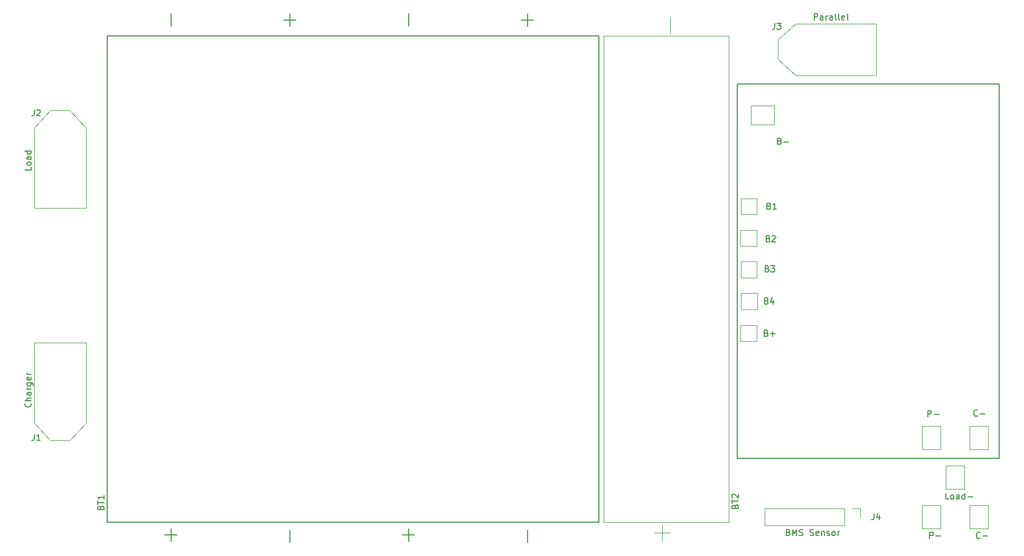
<source format=gbr>
%TF.GenerationSoftware,KiCad,Pcbnew,5.1.10-88a1d61d58~88~ubuntu20.04.1*%
%TF.CreationDate,2021-06-16T16:16:36-04:00*%
%TF.ProjectId,Li-Ion-BatteryPack,4c692d49-6f6e-42d4-9261-747465727950,rev?*%
%TF.SameCoordinates,Original*%
%TF.FileFunction,Legend,Top*%
%TF.FilePolarity,Positive*%
%FSLAX46Y46*%
G04 Gerber Fmt 4.6, Leading zero omitted, Abs format (unit mm)*
G04 Created by KiCad (PCBNEW 5.1.10-88a1d61d58~88~ubuntu20.04.1) date 2021-06-16 16:16:36*
%MOMM*%
%LPD*%
G01*
G04 APERTURE LIST*
%ADD10C,0.120000*%
%ADD11C,0.150000*%
%ADD12C,0.127000*%
G04 APERTURE END LIST*
D10*
X167640000Y-53340000D02*
X167640000Y-50800000D01*
X166370000Y-132080000D02*
X166370000Y-134620000D01*
X165100000Y-133350000D02*
X167640000Y-133350000D01*
D11*
X178420000Y-61400000D02*
X178420000Y-121400000D01*
X178420000Y-121400000D02*
X220420000Y-121400000D01*
X220420000Y-61400000D02*
X220420000Y-121400000D01*
X178420000Y-61400000D02*
X220420000Y-61400000D01*
D12*
%TO.C,BT1*%
X105680000Y-51160000D02*
X107680000Y-51160000D01*
X106680000Y-52160000D02*
X106680000Y-50160000D01*
X143780000Y-51160000D02*
X145780000Y-51160000D01*
X144780000Y-52160000D02*
X144780000Y-50160000D01*
X125730000Y-134710000D02*
X125730000Y-132710000D01*
X124730000Y-133710000D02*
X126730000Y-133710000D01*
X144780000Y-134890000D02*
X144780000Y-132890000D01*
X106680000Y-134890000D02*
X106680000Y-132890000D01*
X125730000Y-52070000D02*
X125730000Y-50070000D01*
X77420000Y-131700000D02*
X77420000Y-53720000D01*
X77420000Y-53720000D02*
X156260000Y-53720000D01*
X156260000Y-53720000D02*
X156260000Y-131700000D01*
X156260000Y-131700000D02*
X77420000Y-131700000D01*
X86630000Y-133710000D02*
X88630000Y-133710000D01*
X87630000Y-134710000D02*
X87630000Y-132710000D01*
X87630000Y-52070000D02*
X87630000Y-50070000D01*
D10*
%TO.C,J4*%
X198180000Y-129480000D02*
X198180000Y-130810000D01*
X196850000Y-129480000D02*
X198180000Y-129480000D01*
X195580000Y-129480000D02*
X195580000Y-132140000D01*
X195580000Y-132140000D02*
X182820000Y-132140000D01*
X195580000Y-129480000D02*
X182820000Y-129480000D01*
X182820000Y-129480000D02*
X182820000Y-132140000D01*
%TO.C,J3*%
X184980000Y-57430000D02*
X187830000Y-60030000D01*
X187830000Y-51730000D02*
X184980000Y-54280000D01*
X200680000Y-60030000D02*
X200680000Y-51730000D01*
X187830000Y-60030000D02*
X200680000Y-60030000D01*
X184980000Y-54280000D02*
X184980000Y-57430000D01*
X200680000Y-51730000D02*
X187830000Y-51730000D01*
%TO.C,TP6*%
X180674400Y-64895600D02*
X184374400Y-64895600D01*
X184374400Y-64895600D02*
X184374400Y-67895600D01*
X184374400Y-67895600D02*
X180674400Y-67895600D01*
X180674400Y-64895600D02*
X180674400Y-67895600D01*
%TO.C,BT2*%
X177080400Y-131676400D02*
X156980400Y-131676400D01*
X177080400Y-53676400D02*
X177080400Y-131676400D01*
X156980400Y-53676400D02*
X177080400Y-53676400D01*
X156980400Y-131676400D02*
X156980400Y-53676400D01*
%TO.C,J1*%
X65700000Y-102850000D02*
X65700000Y-115700000D01*
X68250000Y-118550000D02*
X71400000Y-118550000D01*
X74000000Y-115700000D02*
X74000000Y-102850000D01*
X74000000Y-102850000D02*
X65700000Y-102850000D01*
X65700000Y-115700000D02*
X68250000Y-118550000D01*
X71400000Y-118550000D02*
X74000000Y-115700000D01*
%TO.C,J2*%
X68300000Y-65600000D02*
X65700000Y-68450000D01*
X74000000Y-68450000D02*
X71450000Y-65600000D01*
X65700000Y-81300000D02*
X74000000Y-81300000D01*
X65700000Y-68450000D02*
X65700000Y-81300000D01*
X71450000Y-65600000D02*
X68300000Y-65600000D01*
X74000000Y-81300000D02*
X74000000Y-68450000D01*
%TO.C,TP4*%
X179040000Y-97515200D02*
X179040000Y-94915200D01*
X179040000Y-94915200D02*
X181640000Y-94915200D01*
X181640000Y-94915200D02*
X181640000Y-97515200D01*
X179040000Y-97515200D02*
X181640000Y-97515200D01*
%TO.C,TP3*%
X178989200Y-92435200D02*
X181589200Y-92435200D01*
X181589200Y-89835200D02*
X181589200Y-92435200D01*
X178989200Y-89835200D02*
X181589200Y-89835200D01*
X178989200Y-92435200D02*
X178989200Y-89835200D01*
%TO.C,TP2*%
X178938400Y-87406000D02*
X178938400Y-84806000D01*
X178938400Y-84806000D02*
X181538400Y-84806000D01*
X181538400Y-84806000D02*
X181538400Y-87406000D01*
X178938400Y-87406000D02*
X181538400Y-87406000D01*
%TO.C,TP1*%
X178989200Y-82326000D02*
X181589200Y-82326000D01*
X181589200Y-79726000D02*
X181589200Y-82326000D01*
X178989200Y-79726000D02*
X181589200Y-79726000D01*
X178989200Y-82326000D02*
X178989200Y-79726000D01*
%TO.C,TP7*%
X215670000Y-119960000D02*
X218670000Y-119960000D01*
X218670000Y-116260000D02*
X218670000Y-119960000D01*
X215670000Y-116260000D02*
X218670000Y-116260000D01*
X215670000Y-119960000D02*
X215670000Y-116260000D01*
%TO.C,TP8*%
X208050000Y-119960000D02*
X208050000Y-116260000D01*
X208050000Y-116260000D02*
X211050000Y-116260000D01*
X211050000Y-116260000D02*
X211050000Y-119960000D01*
X208050000Y-119960000D02*
X211050000Y-119960000D01*
%TO.C,TP9*%
X215670000Y-132660000D02*
X218670000Y-132660000D01*
X218670000Y-128960000D02*
X218670000Y-132660000D01*
X215670000Y-128960000D02*
X218670000Y-128960000D01*
X215670000Y-132660000D02*
X215670000Y-128960000D01*
%TO.C,TP10*%
X211860000Y-126310000D02*
X211860000Y-122610000D01*
X211860000Y-122610000D02*
X214860000Y-122610000D01*
X214860000Y-122610000D02*
X214860000Y-126310000D01*
X211860000Y-126310000D02*
X214860000Y-126310000D01*
%TO.C,TP11*%
X208050000Y-132660000D02*
X211050000Y-132660000D01*
X211050000Y-128960000D02*
X211050000Y-132660000D01*
X208050000Y-128960000D02*
X211050000Y-128960000D01*
X208050000Y-132660000D02*
X208050000Y-128960000D01*
%TO.C,TP5*%
X178938400Y-102646000D02*
X178938400Y-100046000D01*
X178938400Y-100046000D02*
X181538400Y-100046000D01*
X181538400Y-100046000D02*
X181538400Y-102646000D01*
X178938400Y-102646000D02*
X181538400Y-102646000D01*
%TO.C,BT1*%
D11*
X76353571Y-129320714D02*
X76401190Y-129177857D01*
X76448809Y-129130238D01*
X76544047Y-129082619D01*
X76686904Y-129082619D01*
X76782142Y-129130238D01*
X76829761Y-129177857D01*
X76877380Y-129273095D01*
X76877380Y-129654047D01*
X75877380Y-129654047D01*
X75877380Y-129320714D01*
X75925000Y-129225476D01*
X75972619Y-129177857D01*
X76067857Y-129130238D01*
X76163095Y-129130238D01*
X76258333Y-129177857D01*
X76305952Y-129225476D01*
X76353571Y-129320714D01*
X76353571Y-129654047D01*
X75877380Y-128796904D02*
X75877380Y-128225476D01*
X76877380Y-128511190D02*
X75877380Y-128511190D01*
X76877380Y-127368333D02*
X76877380Y-127939761D01*
X76877380Y-127654047D02*
X75877380Y-127654047D01*
X76020238Y-127749285D01*
X76115476Y-127844523D01*
X76163095Y-127939761D01*
%TO.C,J4*%
X200326666Y-130262380D02*
X200326666Y-130976666D01*
X200279047Y-131119523D01*
X200183809Y-131214761D01*
X200040952Y-131262380D01*
X199945714Y-131262380D01*
X201231428Y-130595714D02*
X201231428Y-131262380D01*
X200993333Y-130214761D02*
X200755238Y-130929047D01*
X201374285Y-130929047D01*
X186619047Y-133278571D02*
X186761904Y-133326190D01*
X186809523Y-133373809D01*
X186857142Y-133469047D01*
X186857142Y-133611904D01*
X186809523Y-133707142D01*
X186761904Y-133754761D01*
X186666666Y-133802380D01*
X186285714Y-133802380D01*
X186285714Y-132802380D01*
X186619047Y-132802380D01*
X186714285Y-132850000D01*
X186761904Y-132897619D01*
X186809523Y-132992857D01*
X186809523Y-133088095D01*
X186761904Y-133183333D01*
X186714285Y-133230952D01*
X186619047Y-133278571D01*
X186285714Y-133278571D01*
X187285714Y-133802380D02*
X187285714Y-132802380D01*
X187619047Y-133516666D01*
X187952380Y-132802380D01*
X187952380Y-133802380D01*
X188380952Y-133754761D02*
X188523809Y-133802380D01*
X188761904Y-133802380D01*
X188857142Y-133754761D01*
X188904761Y-133707142D01*
X188952380Y-133611904D01*
X188952380Y-133516666D01*
X188904761Y-133421428D01*
X188857142Y-133373809D01*
X188761904Y-133326190D01*
X188571428Y-133278571D01*
X188476190Y-133230952D01*
X188428571Y-133183333D01*
X188380952Y-133088095D01*
X188380952Y-132992857D01*
X188428571Y-132897619D01*
X188476190Y-132850000D01*
X188571428Y-132802380D01*
X188809523Y-132802380D01*
X188952380Y-132850000D01*
X190095238Y-133754761D02*
X190238095Y-133802380D01*
X190476190Y-133802380D01*
X190571428Y-133754761D01*
X190619047Y-133707142D01*
X190666666Y-133611904D01*
X190666666Y-133516666D01*
X190619047Y-133421428D01*
X190571428Y-133373809D01*
X190476190Y-133326190D01*
X190285714Y-133278571D01*
X190190476Y-133230952D01*
X190142857Y-133183333D01*
X190095238Y-133088095D01*
X190095238Y-132992857D01*
X190142857Y-132897619D01*
X190190476Y-132850000D01*
X190285714Y-132802380D01*
X190523809Y-132802380D01*
X190666666Y-132850000D01*
X191476190Y-133754761D02*
X191380952Y-133802380D01*
X191190476Y-133802380D01*
X191095238Y-133754761D01*
X191047619Y-133659523D01*
X191047619Y-133278571D01*
X191095238Y-133183333D01*
X191190476Y-133135714D01*
X191380952Y-133135714D01*
X191476190Y-133183333D01*
X191523809Y-133278571D01*
X191523809Y-133373809D01*
X191047619Y-133469047D01*
X191952380Y-133135714D02*
X191952380Y-133802380D01*
X191952380Y-133230952D02*
X192000000Y-133183333D01*
X192095238Y-133135714D01*
X192238095Y-133135714D01*
X192333333Y-133183333D01*
X192380952Y-133278571D01*
X192380952Y-133802380D01*
X192809523Y-133754761D02*
X192904761Y-133802380D01*
X193095238Y-133802380D01*
X193190476Y-133754761D01*
X193238095Y-133659523D01*
X193238095Y-133611904D01*
X193190476Y-133516666D01*
X193095238Y-133469047D01*
X192952380Y-133469047D01*
X192857142Y-133421428D01*
X192809523Y-133326190D01*
X192809523Y-133278571D01*
X192857142Y-133183333D01*
X192952380Y-133135714D01*
X193095238Y-133135714D01*
X193190476Y-133183333D01*
X193809523Y-133802380D02*
X193714285Y-133754761D01*
X193666666Y-133707142D01*
X193619047Y-133611904D01*
X193619047Y-133326190D01*
X193666666Y-133230952D01*
X193714285Y-133183333D01*
X193809523Y-133135714D01*
X193952380Y-133135714D01*
X194047619Y-133183333D01*
X194095238Y-133230952D01*
X194142857Y-133326190D01*
X194142857Y-133611904D01*
X194095238Y-133707142D01*
X194047619Y-133754761D01*
X193952380Y-133802380D01*
X193809523Y-133802380D01*
X194571428Y-133802380D02*
X194571428Y-133135714D01*
X194571428Y-133326190D02*
X194619047Y-133230952D01*
X194666666Y-133183333D01*
X194761904Y-133135714D01*
X194857142Y-133135714D01*
%TO.C,J3*%
X184426266Y-51623980D02*
X184426266Y-52338266D01*
X184378647Y-52481123D01*
X184283409Y-52576361D01*
X184140552Y-52623980D01*
X184045314Y-52623980D01*
X184807219Y-51623980D02*
X185426266Y-51623980D01*
X185092933Y-52004933D01*
X185235790Y-52004933D01*
X185331028Y-52052552D01*
X185378647Y-52100171D01*
X185426266Y-52195409D01*
X185426266Y-52433504D01*
X185378647Y-52528742D01*
X185331028Y-52576361D01*
X185235790Y-52623980D01*
X184950076Y-52623980D01*
X184854838Y-52576361D01*
X184807219Y-52528742D01*
X190755923Y-51099980D02*
X190755923Y-50099980D01*
X191136876Y-50099980D01*
X191232114Y-50147600D01*
X191279733Y-50195219D01*
X191327352Y-50290457D01*
X191327352Y-50433314D01*
X191279733Y-50528552D01*
X191232114Y-50576171D01*
X191136876Y-50623790D01*
X190755923Y-50623790D01*
X192184495Y-51099980D02*
X192184495Y-50576171D01*
X192136876Y-50480933D01*
X192041638Y-50433314D01*
X191851161Y-50433314D01*
X191755923Y-50480933D01*
X192184495Y-51052361D02*
X192089257Y-51099980D01*
X191851161Y-51099980D01*
X191755923Y-51052361D01*
X191708304Y-50957123D01*
X191708304Y-50861885D01*
X191755923Y-50766647D01*
X191851161Y-50719028D01*
X192089257Y-50719028D01*
X192184495Y-50671409D01*
X192660685Y-51099980D02*
X192660685Y-50433314D01*
X192660685Y-50623790D02*
X192708304Y-50528552D01*
X192755923Y-50480933D01*
X192851161Y-50433314D01*
X192946400Y-50433314D01*
X193708304Y-51099980D02*
X193708304Y-50576171D01*
X193660685Y-50480933D01*
X193565447Y-50433314D01*
X193374971Y-50433314D01*
X193279733Y-50480933D01*
X193708304Y-51052361D02*
X193613066Y-51099980D01*
X193374971Y-51099980D01*
X193279733Y-51052361D01*
X193232114Y-50957123D01*
X193232114Y-50861885D01*
X193279733Y-50766647D01*
X193374971Y-50719028D01*
X193613066Y-50719028D01*
X193708304Y-50671409D01*
X194327352Y-51099980D02*
X194232114Y-51052361D01*
X194184495Y-50957123D01*
X194184495Y-50099980D01*
X194851161Y-51099980D02*
X194755923Y-51052361D01*
X194708304Y-50957123D01*
X194708304Y-50099980D01*
X195613066Y-51052361D02*
X195517828Y-51099980D01*
X195327352Y-51099980D01*
X195232114Y-51052361D01*
X195184495Y-50957123D01*
X195184495Y-50576171D01*
X195232114Y-50480933D01*
X195327352Y-50433314D01*
X195517828Y-50433314D01*
X195613066Y-50480933D01*
X195660685Y-50576171D01*
X195660685Y-50671409D01*
X195184495Y-50766647D01*
X196232114Y-51099980D02*
X196136876Y-51052361D01*
X196089257Y-50957123D01*
X196089257Y-50099980D01*
%TO.C,TP6*%
X185227980Y-70540571D02*
X185370838Y-70588190D01*
X185418457Y-70635809D01*
X185466076Y-70731047D01*
X185466076Y-70873904D01*
X185418457Y-70969142D01*
X185370838Y-71016761D01*
X185275600Y-71064380D01*
X184894647Y-71064380D01*
X184894647Y-70064380D01*
X185227980Y-70064380D01*
X185323219Y-70112000D01*
X185370838Y-70159619D01*
X185418457Y-70254857D01*
X185418457Y-70350095D01*
X185370838Y-70445333D01*
X185323219Y-70492952D01*
X185227980Y-70540571D01*
X184894647Y-70540571D01*
X185894647Y-70683428D02*
X186656552Y-70683428D01*
%TO.C,BT2*%
X178058971Y-129112114D02*
X178106590Y-128969257D01*
X178154209Y-128921638D01*
X178249447Y-128874019D01*
X178392304Y-128874019D01*
X178487542Y-128921638D01*
X178535161Y-128969257D01*
X178582780Y-129064495D01*
X178582780Y-129445447D01*
X177582780Y-129445447D01*
X177582780Y-129112114D01*
X177630400Y-129016876D01*
X177678019Y-128969257D01*
X177773257Y-128921638D01*
X177868495Y-128921638D01*
X177963733Y-128969257D01*
X178011352Y-129016876D01*
X178058971Y-129112114D01*
X178058971Y-129445447D01*
X177582780Y-128588304D02*
X177582780Y-128016876D01*
X178582780Y-128302590D02*
X177582780Y-128302590D01*
X177678019Y-127731161D02*
X177630400Y-127683542D01*
X177582780Y-127588304D01*
X177582780Y-127350209D01*
X177630400Y-127254971D01*
X177678019Y-127207352D01*
X177773257Y-127159733D01*
X177868495Y-127159733D01*
X178011352Y-127207352D01*
X178582780Y-127778780D01*
X178582780Y-127159733D01*
%TO.C,J1*%
X65706666Y-117562380D02*
X65706666Y-118276666D01*
X65659047Y-118419523D01*
X65563809Y-118514761D01*
X65420952Y-118562380D01*
X65325714Y-118562380D01*
X66706666Y-118562380D02*
X66135238Y-118562380D01*
X66420952Y-118562380D02*
X66420952Y-117562380D01*
X66325714Y-117705238D01*
X66230476Y-117800476D01*
X66135238Y-117848095D01*
X65127142Y-112585238D02*
X65174761Y-112632857D01*
X65222380Y-112775714D01*
X65222380Y-112870952D01*
X65174761Y-113013809D01*
X65079523Y-113109047D01*
X64984285Y-113156666D01*
X64793809Y-113204285D01*
X64650952Y-113204285D01*
X64460476Y-113156666D01*
X64365238Y-113109047D01*
X64270000Y-113013809D01*
X64222380Y-112870952D01*
X64222380Y-112775714D01*
X64270000Y-112632857D01*
X64317619Y-112585238D01*
X65222380Y-112156666D02*
X64222380Y-112156666D01*
X65222380Y-111728095D02*
X64698571Y-111728095D01*
X64603333Y-111775714D01*
X64555714Y-111870952D01*
X64555714Y-112013809D01*
X64603333Y-112109047D01*
X64650952Y-112156666D01*
X65222380Y-110823333D02*
X64698571Y-110823333D01*
X64603333Y-110870952D01*
X64555714Y-110966190D01*
X64555714Y-111156666D01*
X64603333Y-111251904D01*
X65174761Y-110823333D02*
X65222380Y-110918571D01*
X65222380Y-111156666D01*
X65174761Y-111251904D01*
X65079523Y-111299523D01*
X64984285Y-111299523D01*
X64889047Y-111251904D01*
X64841428Y-111156666D01*
X64841428Y-110918571D01*
X64793809Y-110823333D01*
X65222380Y-110347142D02*
X64555714Y-110347142D01*
X64746190Y-110347142D02*
X64650952Y-110299523D01*
X64603333Y-110251904D01*
X64555714Y-110156666D01*
X64555714Y-110061428D01*
X64555714Y-109299523D02*
X65365238Y-109299523D01*
X65460476Y-109347142D01*
X65508095Y-109394761D01*
X65555714Y-109490000D01*
X65555714Y-109632857D01*
X65508095Y-109728095D01*
X65174761Y-109299523D02*
X65222380Y-109394761D01*
X65222380Y-109585238D01*
X65174761Y-109680476D01*
X65127142Y-109728095D01*
X65031904Y-109775714D01*
X64746190Y-109775714D01*
X64650952Y-109728095D01*
X64603333Y-109680476D01*
X64555714Y-109585238D01*
X64555714Y-109394761D01*
X64603333Y-109299523D01*
X65174761Y-108442380D02*
X65222380Y-108537619D01*
X65222380Y-108728095D01*
X65174761Y-108823333D01*
X65079523Y-108870952D01*
X64698571Y-108870952D01*
X64603333Y-108823333D01*
X64555714Y-108728095D01*
X64555714Y-108537619D01*
X64603333Y-108442380D01*
X64698571Y-108394761D01*
X64793809Y-108394761D01*
X64889047Y-108870952D01*
X65222380Y-107966190D02*
X64555714Y-107966190D01*
X64746190Y-107966190D02*
X64650952Y-107918571D01*
X64603333Y-107870952D01*
X64555714Y-107775714D01*
X64555714Y-107680476D01*
%TO.C,J2*%
X65706666Y-65492380D02*
X65706666Y-66206666D01*
X65659047Y-66349523D01*
X65563809Y-66444761D01*
X65420952Y-66492380D01*
X65325714Y-66492380D01*
X66135238Y-65587619D02*
X66182857Y-65540000D01*
X66278095Y-65492380D01*
X66516190Y-65492380D01*
X66611428Y-65540000D01*
X66659047Y-65587619D01*
X66706666Y-65682857D01*
X66706666Y-65778095D01*
X66659047Y-65920952D01*
X66087619Y-66492380D01*
X66706666Y-66492380D01*
X65222380Y-74707619D02*
X65222380Y-75183809D01*
X64222380Y-75183809D01*
X65222380Y-74231428D02*
X65174761Y-74326666D01*
X65127142Y-74374285D01*
X65031904Y-74421904D01*
X64746190Y-74421904D01*
X64650952Y-74374285D01*
X64603333Y-74326666D01*
X64555714Y-74231428D01*
X64555714Y-74088571D01*
X64603333Y-73993333D01*
X64650952Y-73945714D01*
X64746190Y-73898095D01*
X65031904Y-73898095D01*
X65127142Y-73945714D01*
X65174761Y-73993333D01*
X65222380Y-74088571D01*
X65222380Y-74231428D01*
X65222380Y-73040952D02*
X64698571Y-73040952D01*
X64603333Y-73088571D01*
X64555714Y-73183809D01*
X64555714Y-73374285D01*
X64603333Y-73469523D01*
X65174761Y-73040952D02*
X65222380Y-73136190D01*
X65222380Y-73374285D01*
X65174761Y-73469523D01*
X65079523Y-73517142D01*
X64984285Y-73517142D01*
X64889047Y-73469523D01*
X64841428Y-73374285D01*
X64841428Y-73136190D01*
X64793809Y-73040952D01*
X65222380Y-72136190D02*
X64222380Y-72136190D01*
X65174761Y-72136190D02*
X65222380Y-72231428D01*
X65222380Y-72421904D01*
X65174761Y-72517142D01*
X65127142Y-72564761D01*
X65031904Y-72612380D01*
X64746190Y-72612380D01*
X64650952Y-72564761D01*
X64603333Y-72517142D01*
X64555714Y-72421904D01*
X64555714Y-72231428D01*
X64603333Y-72136190D01*
%TO.C,TP4*%
X183135638Y-96143771D02*
X183278495Y-96191390D01*
X183326114Y-96239009D01*
X183373733Y-96334247D01*
X183373733Y-96477104D01*
X183326114Y-96572342D01*
X183278495Y-96619961D01*
X183183257Y-96667580D01*
X182802304Y-96667580D01*
X182802304Y-95667580D01*
X183135638Y-95667580D01*
X183230876Y-95715200D01*
X183278495Y-95762819D01*
X183326114Y-95858057D01*
X183326114Y-95953295D01*
X183278495Y-96048533D01*
X183230876Y-96096152D01*
X183135638Y-96143771D01*
X182802304Y-96143771D01*
X184230876Y-96000914D02*
X184230876Y-96667580D01*
X183992780Y-95619961D02*
X183754685Y-96334247D01*
X184373733Y-96334247D01*
%TO.C,TP3*%
X183237238Y-91012971D02*
X183380095Y-91060590D01*
X183427714Y-91108209D01*
X183475333Y-91203447D01*
X183475333Y-91346304D01*
X183427714Y-91441542D01*
X183380095Y-91489161D01*
X183284857Y-91536780D01*
X182903904Y-91536780D01*
X182903904Y-90536780D01*
X183237238Y-90536780D01*
X183332476Y-90584400D01*
X183380095Y-90632019D01*
X183427714Y-90727257D01*
X183427714Y-90822495D01*
X183380095Y-90917733D01*
X183332476Y-90965352D01*
X183237238Y-91012971D01*
X182903904Y-91012971D01*
X183808666Y-90536780D02*
X184427714Y-90536780D01*
X184094380Y-90917733D01*
X184237238Y-90917733D01*
X184332476Y-90965352D01*
X184380095Y-91012971D01*
X184427714Y-91108209D01*
X184427714Y-91346304D01*
X184380095Y-91441542D01*
X184332476Y-91489161D01*
X184237238Y-91536780D01*
X183951523Y-91536780D01*
X183856285Y-91489161D01*
X183808666Y-91441542D01*
%TO.C,TP2*%
X183389638Y-86186971D02*
X183532495Y-86234590D01*
X183580114Y-86282209D01*
X183627733Y-86377447D01*
X183627733Y-86520304D01*
X183580114Y-86615542D01*
X183532495Y-86663161D01*
X183437257Y-86710780D01*
X183056304Y-86710780D01*
X183056304Y-85710780D01*
X183389638Y-85710780D01*
X183484876Y-85758400D01*
X183532495Y-85806019D01*
X183580114Y-85901257D01*
X183580114Y-85996495D01*
X183532495Y-86091733D01*
X183484876Y-86139352D01*
X183389638Y-86186971D01*
X183056304Y-86186971D01*
X184008685Y-85806019D02*
X184056304Y-85758400D01*
X184151542Y-85710780D01*
X184389638Y-85710780D01*
X184484876Y-85758400D01*
X184532495Y-85806019D01*
X184580114Y-85901257D01*
X184580114Y-85996495D01*
X184532495Y-86139352D01*
X183961066Y-86710780D01*
X184580114Y-86710780D01*
%TO.C,TP1*%
X183542038Y-80954571D02*
X183684895Y-81002190D01*
X183732514Y-81049809D01*
X183780133Y-81145047D01*
X183780133Y-81287904D01*
X183732514Y-81383142D01*
X183684895Y-81430761D01*
X183589657Y-81478380D01*
X183208704Y-81478380D01*
X183208704Y-80478380D01*
X183542038Y-80478380D01*
X183637276Y-80526000D01*
X183684895Y-80573619D01*
X183732514Y-80668857D01*
X183732514Y-80764095D01*
X183684895Y-80859333D01*
X183637276Y-80906952D01*
X183542038Y-80954571D01*
X183208704Y-80954571D01*
X184732514Y-81478380D02*
X184161085Y-81478380D01*
X184446800Y-81478380D02*
X184446800Y-80478380D01*
X184351561Y-80621238D01*
X184256323Y-80716476D01*
X184161085Y-80764095D01*
%TO.C,TP7*%
X216962076Y-114555542D02*
X216914457Y-114603161D01*
X216771600Y-114650780D01*
X216676361Y-114650780D01*
X216533504Y-114603161D01*
X216438266Y-114507923D01*
X216390647Y-114412685D01*
X216343028Y-114222209D01*
X216343028Y-114079352D01*
X216390647Y-113888876D01*
X216438266Y-113793638D01*
X216533504Y-113698400D01*
X216676361Y-113650780D01*
X216771600Y-113650780D01*
X216914457Y-113698400D01*
X216962076Y-113746019D01*
X217390647Y-114269828D02*
X218152552Y-114269828D01*
%TO.C,TP8*%
X208973847Y-114752380D02*
X208973847Y-113752380D01*
X209354800Y-113752380D01*
X209450038Y-113800000D01*
X209497657Y-113847619D01*
X209545276Y-113942857D01*
X209545276Y-114085714D01*
X209497657Y-114180952D01*
X209450038Y-114228571D01*
X209354800Y-114276190D01*
X208973847Y-114276190D01*
X209973847Y-114371428D02*
X210735752Y-114371428D01*
%TO.C,TP9*%
X217368476Y-134164342D02*
X217320857Y-134211961D01*
X217178000Y-134259580D01*
X217082761Y-134259580D01*
X216939904Y-134211961D01*
X216844666Y-134116723D01*
X216797047Y-134021485D01*
X216749428Y-133831009D01*
X216749428Y-133688152D01*
X216797047Y-133497676D01*
X216844666Y-133402438D01*
X216939904Y-133307200D01*
X217082761Y-133259580D01*
X217178000Y-133259580D01*
X217320857Y-133307200D01*
X217368476Y-133354819D01*
X217797047Y-133878628D02*
X218558952Y-133878628D01*
%TO.C,TP10*%
X212353733Y-127960380D02*
X211877542Y-127960380D01*
X211877542Y-126960380D01*
X212829923Y-127960380D02*
X212734685Y-127912761D01*
X212687066Y-127865142D01*
X212639447Y-127769904D01*
X212639447Y-127484190D01*
X212687066Y-127388952D01*
X212734685Y-127341333D01*
X212829923Y-127293714D01*
X212972780Y-127293714D01*
X213068019Y-127341333D01*
X213115638Y-127388952D01*
X213163257Y-127484190D01*
X213163257Y-127769904D01*
X213115638Y-127865142D01*
X213068019Y-127912761D01*
X212972780Y-127960380D01*
X212829923Y-127960380D01*
X214020400Y-127960380D02*
X214020400Y-127436571D01*
X213972780Y-127341333D01*
X213877542Y-127293714D01*
X213687066Y-127293714D01*
X213591828Y-127341333D01*
X214020400Y-127912761D02*
X213925161Y-127960380D01*
X213687066Y-127960380D01*
X213591828Y-127912761D01*
X213544209Y-127817523D01*
X213544209Y-127722285D01*
X213591828Y-127627047D01*
X213687066Y-127579428D01*
X213925161Y-127579428D01*
X214020400Y-127531809D01*
X214925161Y-127960380D02*
X214925161Y-126960380D01*
X214925161Y-127912761D02*
X214829923Y-127960380D01*
X214639447Y-127960380D01*
X214544209Y-127912761D01*
X214496590Y-127865142D01*
X214448971Y-127769904D01*
X214448971Y-127484190D01*
X214496590Y-127388952D01*
X214544209Y-127341333D01*
X214639447Y-127293714D01*
X214829923Y-127293714D01*
X214925161Y-127341333D01*
X215401352Y-127579428D02*
X216163257Y-127579428D01*
%TO.C,TP11*%
X209278647Y-134259580D02*
X209278647Y-133259580D01*
X209659600Y-133259580D01*
X209754838Y-133307200D01*
X209802457Y-133354819D01*
X209850076Y-133450057D01*
X209850076Y-133592914D01*
X209802457Y-133688152D01*
X209754838Y-133735771D01*
X209659600Y-133783390D01*
X209278647Y-133783390D01*
X210278647Y-133878628D02*
X211040552Y-133878628D01*
%TO.C,TP5*%
X183094380Y-101325371D02*
X183237238Y-101372990D01*
X183284857Y-101420609D01*
X183332476Y-101515847D01*
X183332476Y-101658704D01*
X183284857Y-101753942D01*
X183237238Y-101801561D01*
X183142000Y-101849180D01*
X182761047Y-101849180D01*
X182761047Y-100849180D01*
X183094380Y-100849180D01*
X183189619Y-100896800D01*
X183237238Y-100944419D01*
X183284857Y-101039657D01*
X183284857Y-101134895D01*
X183237238Y-101230133D01*
X183189619Y-101277752D01*
X183094380Y-101325371D01*
X182761047Y-101325371D01*
X183761047Y-101468228D02*
X184522952Y-101468228D01*
X184142000Y-101849180D02*
X184142000Y-101087276D01*
%TD*%
M02*

</source>
